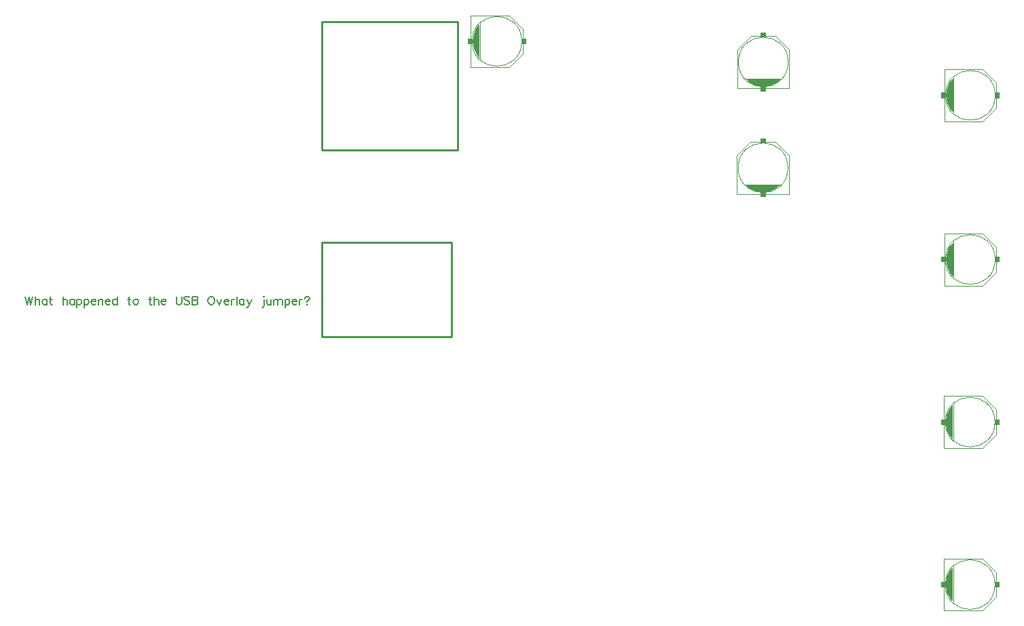
<source format=gbr>
G04 DipTrace 2.4.0.1*
%INTopAssy.gbr*%
%MOIN*%
%ADD10C,0.0098*%
%ADD24C,0.004*%
%ADD254C,0.0062*%
%FSLAX44Y44*%
G04*
G70*
G90*
G75*
G01*
%LNTopAssy*%
%LPD*%
X18820Y24700D2*
D24*
Y26590D1*
X19490Y27260D1*
X20710D1*
X21380Y26590D1*
Y24700D1*
X18820D1*
X19214Y25153D2*
X20966D1*
X18880Y25980D2*
G02X18880Y25980I1220J0D01*
G01*
G36*
X20238Y24543D2*
X19962D1*
Y24779D1*
X20238D1*
Y24543D1*
G37*
G36*
Y27181D2*
X19962D1*
Y27417D1*
X20238D1*
Y27181D1*
G37*
G36*
X19253Y25134D2*
X19470Y24957D1*
X19746Y24838D1*
X20100Y24779D1*
X20474Y24838D1*
X20749Y24976D1*
X20947Y25134D1*
X19273D1*
X19253D1*
G37*
X18830Y29895D2*
D24*
Y31785D1*
X19500Y32455D1*
X20720D1*
X21390Y31785D1*
Y29895D1*
X18830D1*
X19224Y30348D2*
X20976D1*
X18890Y31175D2*
G02X18890Y31175I1220J0D01*
G01*
G36*
X20248Y29738D2*
X19972D1*
Y29974D1*
X20248D1*
Y29738D1*
G37*
G36*
Y32376D2*
X19972D1*
Y32612D1*
X20248D1*
Y32376D1*
G37*
G36*
X19263Y30329D2*
X19480Y30152D1*
X19756Y30033D1*
X20110Y29974D1*
X20484Y30033D1*
X20759Y30171D1*
X20957Y30329D1*
X19283D1*
X19263D1*
G37*
X5755Y33470D2*
D24*
X7645D1*
X8315Y32800D1*
Y31580D1*
X7645Y30910D1*
X5755D1*
Y33470D1*
X6208Y33076D2*
Y31324D1*
X5815Y32190D2*
G02X5815Y32190I1220J0D01*
G01*
G36*
X5598Y32052D2*
X5834D1*
Y32328D1*
X5598D1*
Y32052D1*
G37*
G36*
X8236D2*
X8472D1*
Y32328D1*
X8236D1*
Y32052D1*
G37*
G36*
X6189Y33037D2*
X6012Y32820D1*
X5893Y32544D1*
X5834Y32190D1*
X5893Y31816D1*
X6031Y31541D1*
X6189Y31343D1*
Y33017D1*
Y33037D1*
G37*
X28995Y30820D2*
D24*
X30885D1*
X31555Y30150D1*
Y28930D1*
X30885Y28260D1*
X28995D1*
Y30820D1*
X29448Y30426D2*
Y28674D1*
X29055Y29540D2*
G02X29055Y29540I1220J0D01*
G01*
G36*
X28838Y29402D2*
X29074D1*
Y29678D1*
X28838D1*
Y29402D1*
G37*
G36*
X31476D2*
X31712D1*
Y29678D1*
X31476D1*
Y29402D1*
G37*
G36*
X29429Y30387D2*
X29252Y30170D1*
X29133Y29894D1*
X29074Y29540D1*
X29133Y29166D1*
X29271Y28891D1*
X29429Y28693D1*
Y30367D1*
Y30387D1*
G37*
X28995Y22760D2*
D24*
X30885D1*
X31555Y22090D1*
Y20870D1*
X30885Y20200D1*
X28995D1*
Y22760D1*
X29448Y22366D2*
Y20614D1*
X29055Y21480D2*
G02X29055Y21480I1220J0D01*
G01*
G36*
X28838Y21342D2*
X29074D1*
Y21618D1*
X28838D1*
Y21342D1*
G37*
G36*
X31476D2*
X31712D1*
Y21618D1*
X31476D1*
Y21342D1*
G37*
G36*
X29429Y22327D2*
X29252Y22110D1*
X29133Y21834D1*
X29074Y21480D1*
X29133Y21106D1*
X29271Y20831D1*
X29429Y20633D1*
Y22307D1*
Y22327D1*
G37*
X28983Y14779D2*
D24*
X30873D1*
X31542Y14110D1*
Y12889D1*
X30873Y12220D1*
X28983D1*
Y14779D1*
X29436Y14385D2*
Y12633D1*
X29042Y13499D2*
G02X29042Y13499I1220J0D01*
G01*
G36*
X28826Y13362D2*
X29062D1*
Y13637D1*
X28826D1*
Y13362D1*
G37*
G36*
X31463D2*
X31699D1*
Y13637D1*
X31463D1*
Y13362D1*
G37*
G36*
X29416Y14346D2*
X29239Y14129D1*
X29121Y13854D1*
X29062Y13499D1*
X29121Y13125D1*
X29258Y12850D1*
X29416Y12653D1*
Y14326D1*
Y14346D1*
G37*
X28985Y6800D2*
D24*
X30875D1*
X31545Y6130D1*
Y4910D1*
X30875Y4240D1*
X28985D1*
Y6800D1*
X29438Y6406D2*
Y4654D1*
X29045Y5520D2*
G02X29045Y5520I1220J0D01*
G01*
G36*
X28828Y5382D2*
X29064D1*
Y5658D1*
X28828D1*
Y5382D1*
G37*
G36*
X31466D2*
X31702D1*
Y5658D1*
X31466D1*
Y5382D1*
G37*
G36*
X29419Y6367D2*
X29242Y6150D1*
X29123Y5874D1*
X29064Y5520D1*
X29123Y5146D1*
X29261Y4871D1*
X29419Y4673D1*
Y6347D1*
Y6367D1*
G37*
X5118Y33150D2*
D10*
X-1575D1*
Y26850D1*
X5118D1*
Y33150D1*
X4823Y22321D2*
X-1575D1*
Y17680D1*
X4823D1*
Y22321D1*
X-16130Y19665D2*
D254*
X-16034Y19263D1*
X-15939Y19665D1*
X-15843Y19263D1*
X-15747Y19665D1*
X-15624D2*
Y19263D1*
Y19455D2*
X-15566Y19512D1*
X-15528Y19531D1*
X-15470D1*
X-15432Y19512D1*
X-15413Y19455D1*
Y19263D1*
X-15060Y19531D2*
Y19263D1*
Y19474D2*
X-15098Y19512D1*
X-15137Y19531D1*
X-15194D1*
X-15232Y19512D1*
X-15270Y19474D1*
X-15290Y19416D1*
Y19378D1*
X-15270Y19321D1*
X-15232Y19283D1*
X-15194Y19263D1*
X-15137D1*
X-15098Y19283D1*
X-15060Y19321D1*
X-14879Y19665D2*
Y19340D1*
X-14860Y19283D1*
X-14822Y19263D1*
X-14784D1*
X-14937Y19531D2*
X-14803D1*
X-14271Y19665D2*
Y19263D1*
Y19455D2*
X-14214Y19512D1*
X-14175Y19531D1*
X-14118D1*
X-14080Y19512D1*
X-14061Y19455D1*
Y19263D1*
X-13708Y19531D2*
Y19263D1*
Y19474D2*
X-13746Y19512D1*
X-13784Y19531D1*
X-13841D1*
X-13880Y19512D1*
X-13918Y19474D1*
X-13937Y19416D1*
Y19378D1*
X-13918Y19321D1*
X-13880Y19283D1*
X-13841Y19263D1*
X-13784D1*
X-13746Y19283D1*
X-13708Y19321D1*
X-13584Y19531D2*
Y19129D1*
Y19474D2*
X-13546Y19512D1*
X-13508Y19531D1*
X-13450D1*
X-13412Y19512D1*
X-13374Y19474D1*
X-13354Y19416D1*
Y19378D1*
X-13374Y19321D1*
X-13412Y19282D1*
X-13450Y19263D1*
X-13508D1*
X-13546Y19282D1*
X-13584Y19321D1*
X-13231Y19531D2*
Y19129D1*
Y19474D2*
X-13192Y19512D1*
X-13154Y19531D1*
X-13097D1*
X-13058Y19512D1*
X-13020Y19474D1*
X-13001Y19416D1*
Y19378D1*
X-13020Y19321D1*
X-13058Y19282D1*
X-13097Y19263D1*
X-13154D1*
X-13192Y19282D1*
X-13231Y19321D1*
X-12877Y19416D2*
X-12648D1*
Y19455D1*
X-12667Y19493D1*
X-12686Y19512D1*
X-12724Y19531D1*
X-12782D1*
X-12820Y19512D1*
X-12858Y19474D1*
X-12877Y19416D1*
Y19378D1*
X-12858Y19321D1*
X-12820Y19283D1*
X-12782Y19263D1*
X-12724D1*
X-12686Y19283D1*
X-12648Y19321D1*
X-12524Y19531D2*
Y19263D1*
Y19455D2*
X-12467Y19512D1*
X-12429Y19531D1*
X-12371D1*
X-12333Y19512D1*
X-12314Y19455D1*
Y19263D1*
X-12190Y19416D2*
X-11961D1*
Y19455D1*
X-11980Y19493D1*
X-11999Y19512D1*
X-12037Y19531D1*
X-12095D1*
X-12133Y19512D1*
X-12171Y19474D1*
X-12190Y19416D1*
Y19378D1*
X-12171Y19321D1*
X-12133Y19283D1*
X-12095Y19263D1*
X-12037D1*
X-11999Y19283D1*
X-11961Y19321D1*
X-11608Y19665D2*
Y19263D1*
Y19474D2*
X-11646Y19512D1*
X-11685Y19531D1*
X-11742D1*
X-11780Y19512D1*
X-11818Y19474D1*
X-11837Y19416D1*
Y19378D1*
X-11818Y19321D1*
X-11780Y19283D1*
X-11742Y19263D1*
X-11685D1*
X-11646Y19283D1*
X-11608Y19321D1*
X-11038Y19665D2*
Y19340D1*
X-11019Y19283D1*
X-10981Y19263D1*
X-10943D1*
X-11096Y19531D2*
X-10962D1*
X-10724D2*
X-10762Y19512D1*
X-10800Y19474D1*
X-10819Y19416D1*
Y19378D1*
X-10800Y19321D1*
X-10762Y19283D1*
X-10724Y19263D1*
X-10666D1*
X-10628Y19283D1*
X-10590Y19321D1*
X-10570Y19378D1*
Y19416D1*
X-10590Y19474D1*
X-10628Y19512D1*
X-10666Y19531D1*
X-10724D1*
X-10000Y19665D2*
Y19340D1*
X-9981Y19283D1*
X-9943Y19263D1*
X-9905D1*
X-10058Y19531D2*
X-9924D1*
X-9781Y19665D2*
Y19263D1*
Y19455D2*
X-9724Y19512D1*
X-9685Y19531D1*
X-9628D1*
X-9590Y19512D1*
X-9571Y19455D1*
Y19263D1*
X-9447Y19416D2*
X-9218D1*
Y19455D1*
X-9237Y19493D1*
X-9256Y19512D1*
X-9294Y19531D1*
X-9352D1*
X-9390Y19512D1*
X-9428Y19474D1*
X-9447Y19416D1*
Y19378D1*
X-9428Y19321D1*
X-9390Y19283D1*
X-9352Y19263D1*
X-9294D1*
X-9256Y19283D1*
X-9218Y19321D1*
X-8706Y19665D2*
Y19378D1*
X-8687Y19321D1*
X-8648Y19283D1*
X-8591Y19263D1*
X-8553D1*
X-8495Y19283D1*
X-8457Y19321D1*
X-8438Y19378D1*
Y19665D1*
X-8046Y19608D2*
X-8084Y19646D1*
X-8142Y19665D1*
X-8218D1*
X-8276Y19646D1*
X-8314Y19608D1*
Y19570D1*
X-8295Y19531D1*
X-8276Y19512D1*
X-8238Y19493D1*
X-8123Y19455D1*
X-8084Y19436D1*
X-8065Y19416D1*
X-8046Y19378D1*
Y19321D1*
X-8084Y19283D1*
X-8142Y19263D1*
X-8218D1*
X-8276Y19283D1*
X-8314Y19321D1*
X-7923Y19665D2*
Y19263D1*
X-7750D1*
X-7693Y19283D1*
X-7674Y19302D1*
X-7655Y19340D1*
Y19397D1*
X-7674Y19436D1*
X-7693Y19455D1*
X-7750Y19474D1*
X-7693Y19493D1*
X-7674Y19512D1*
X-7655Y19550D1*
Y19589D1*
X-7674Y19627D1*
X-7693Y19646D1*
X-7750Y19665D1*
X-7923D1*
Y19474D2*
X-7750D1*
X-7027Y19665D2*
X-7066Y19646D1*
X-7104Y19608D1*
X-7123Y19570D1*
X-7142Y19512D1*
Y19416D1*
X-7123Y19359D1*
X-7104Y19321D1*
X-7066Y19283D1*
X-7027Y19263D1*
X-6951D1*
X-6913Y19283D1*
X-6875Y19321D1*
X-6856Y19359D1*
X-6836Y19416D1*
Y19512D1*
X-6856Y19570D1*
X-6875Y19608D1*
X-6913Y19646D1*
X-6951Y19665D1*
X-7027D1*
X-6713Y19531D2*
X-6598Y19263D1*
X-6483Y19531D1*
X-6360Y19416D2*
X-6131D1*
Y19455D1*
X-6150Y19493D1*
X-6169Y19512D1*
X-6207Y19531D1*
X-6264D1*
X-6303Y19512D1*
X-6341Y19474D1*
X-6360Y19416D1*
Y19378D1*
X-6341Y19321D1*
X-6303Y19283D1*
X-6264Y19263D1*
X-6207D1*
X-6169Y19283D1*
X-6131Y19321D1*
X-6007Y19531D2*
Y19263D1*
Y19416D2*
X-5988Y19474D1*
X-5950Y19512D1*
X-5911Y19531D1*
X-5854D1*
X-5730Y19665D2*
Y19263D1*
X-5377Y19531D2*
Y19263D1*
Y19474D2*
X-5415Y19512D1*
X-5454Y19531D1*
X-5511D1*
X-5549Y19512D1*
X-5587Y19474D1*
X-5607Y19416D1*
Y19378D1*
X-5587Y19321D1*
X-5549Y19283D1*
X-5511Y19263D1*
X-5454D1*
X-5415Y19283D1*
X-5377Y19321D1*
X-5234Y19531D2*
X-5120Y19263D1*
X-5158Y19187D1*
X-5196Y19148D1*
X-5234Y19129D1*
X-5254D1*
X-5005Y19531D2*
X-5120Y19263D1*
X-4416Y19666D2*
X-4396Y19647D1*
X-4377Y19666D1*
X-4396Y19685D1*
X-4416Y19666D1*
X-4396Y19532D2*
Y19206D1*
X-4416Y19149D1*
X-4454Y19130D1*
X-4492D1*
X-4254Y19531D2*
Y19340D1*
X-4235Y19283D1*
X-4196Y19263D1*
X-4139D1*
X-4101Y19283D1*
X-4043Y19340D1*
Y19531D2*
Y19263D1*
X-3920Y19531D2*
Y19263D1*
Y19455D2*
X-3862Y19512D1*
X-3824Y19531D1*
X-3767D1*
X-3728Y19512D1*
X-3709Y19455D1*
Y19263D1*
Y19455D2*
X-3652Y19512D1*
X-3613Y19531D1*
X-3556D1*
X-3518Y19512D1*
X-3498Y19455D1*
Y19263D1*
X-3375Y19531D2*
Y19129D1*
Y19474D2*
X-3336Y19512D1*
X-3298Y19531D1*
X-3241D1*
X-3202Y19512D1*
X-3164Y19474D1*
X-3145Y19416D1*
Y19378D1*
X-3164Y19321D1*
X-3202Y19282D1*
X-3241Y19263D1*
X-3298D1*
X-3336Y19282D1*
X-3375Y19321D1*
X-3022Y19416D2*
X-2792D1*
Y19455D1*
X-2811Y19493D1*
X-2830Y19512D1*
X-2869Y19531D1*
X-2926D1*
X-2964Y19512D1*
X-3002Y19474D1*
X-3022Y19416D1*
Y19378D1*
X-3002Y19321D1*
X-2964Y19283D1*
X-2926Y19263D1*
X-2869D1*
X-2830Y19283D1*
X-2792Y19321D1*
X-2669Y19531D2*
Y19263D1*
Y19416D2*
X-2649Y19474D1*
X-2611Y19512D1*
X-2573Y19531D1*
X-2515D1*
X-2392Y19569D2*
Y19588D1*
X-2373Y19627D1*
X-2353Y19646D1*
X-2315Y19665D1*
X-2239D1*
X-2200Y19646D1*
X-2181Y19627D1*
X-2162Y19588D1*
Y19550D1*
X-2181Y19512D1*
X-2200Y19493D1*
X-2277Y19455D1*
Y19397D1*
Y19302D2*
X-2296Y19282D1*
X-2277Y19263D1*
X-2258Y19282D1*
X-2277Y19302D1*
M02*

</source>
